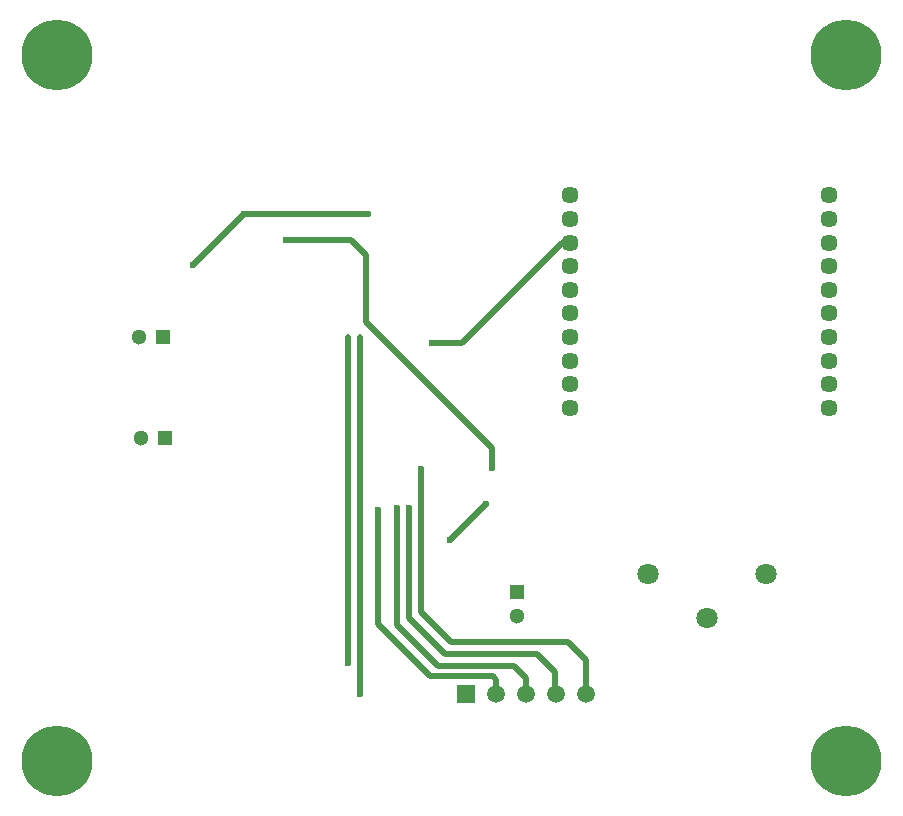
<source format=gbl>
G04*
G04 #@! TF.GenerationSoftware,Altium Limited,Altium Designer,20.0.13 (296)*
G04*
G04 Layer_Physical_Order=2*
G04 Layer_Color=16711680*
%FSLAX44Y44*%
%MOMM*%
G71*
G01*
G75*
%ADD18C,0.5000*%
%ADD75C,1.5000*%
%ADD76R,1.5000X1.5000*%
%ADD77C,1.3000*%
%ADD78R,1.3000X1.3000*%
%ADD79C,1.8000*%
%ADD80C,1.4500*%
%ADD81R,1.3000X1.3000*%
%ADD82C,6.0000*%
%ADD83C,0.6000*%
%ADD84C,0.5000*%
D18*
X4748490Y874618D02*
X4754539D01*
X4663100Y789228D02*
X4748490Y874618D01*
X4591980Y551738D02*
Y648258D01*
X4636430Y507288D02*
X4689381D01*
X4591980Y551738D02*
X4636430Y507288D01*
X4692310Y492048D02*
Y504359D01*
X4689381Y507288D02*
X4692310Y504359D01*
X4707550Y516178D02*
X4717710Y506018D01*
X4608490Y550468D02*
X4642780Y516178D01*
X4707550D01*
X4726600Y526338D02*
X4741840Y511098D01*
X4618650Y556818D02*
X4649130Y526338D01*
X4726600D01*
X4753270Y536498D02*
X4768510Y521258D01*
X4628810Y561898D02*
X4654210Y536498D01*
X4753270D01*
X4717710Y492048D02*
Y506018D01*
X4608490Y550468D02*
Y649528D01*
X4768510Y492048D02*
Y521258D01*
X4741840Y493318D02*
X4743110Y492048D01*
X4741840Y493318D02*
Y511098D01*
X4618650Y556818D02*
Y649528D01*
X4628810Y561898D02*
Y682548D01*
X4652939Y622858D02*
X4683419Y653338D01*
X4581819Y807008D02*
X4688499Y700328D01*
Y683818D02*
Y700328D01*
X4581819Y807008D02*
Y864158D01*
X4569120Y876858D02*
X4581819Y864158D01*
X4514510Y876858D02*
X4569120D01*
X4576740Y492048D02*
Y794308D01*
X4566580Y518718D02*
Y794308D01*
X4637700Y789228D02*
X4663100D01*
X4555150Y898448D02*
X4568994D01*
X4536100D02*
X4555150D01*
X4535638D02*
X4536100D01*
X4568994D02*
X4569619Y899073D01*
X4583735D01*
X4478950Y898448D02*
X4534559D01*
X4435770Y855268D02*
X4478950Y898448D01*
D75*
X4768510Y492048D02*
D03*
X4743110D02*
D03*
X4717710D02*
D03*
X4692310D02*
D03*
D76*
X4666909D02*
D03*
D77*
X4710090Y558408D02*
D03*
X4391640Y709218D02*
D03*
X4390370Y794308D02*
D03*
D78*
X4710090Y578408D02*
D03*
D79*
X4820580Y593648D02*
D03*
X4920580D02*
D03*
X4870580Y556648D02*
D03*
D80*
X4754539Y914618D02*
D03*
Y894618D02*
D03*
Y874618D02*
D03*
Y854618D02*
D03*
Y834618D02*
D03*
Y814618D02*
D03*
Y794618D02*
D03*
Y774618D02*
D03*
Y754618D02*
D03*
Y734618D02*
D03*
X4974539D02*
D03*
Y754618D02*
D03*
Y774618D02*
D03*
Y794618D02*
D03*
Y814618D02*
D03*
Y834618D02*
D03*
Y854618D02*
D03*
Y874618D02*
D03*
Y894618D02*
D03*
Y914618D02*
D03*
D81*
X4411640Y709218D02*
D03*
X4410370Y794308D02*
D03*
D82*
X4320540Y435610D02*
D03*
Y1033780D02*
D03*
X4988560Y435610D02*
D03*
Y1033780D02*
D03*
D83*
X4683419Y653338D02*
D03*
X4591980Y648258D02*
D03*
X4608490Y649528D02*
D03*
X4618650D02*
D03*
X4628810Y682548D02*
D03*
X4652939Y622858D02*
D03*
X4688499Y683818D02*
D03*
X4514510Y876858D02*
D03*
X4576740Y492048D02*
D03*
X4566580Y518718D02*
D03*
X4637700Y789228D02*
D03*
X4583735Y899073D02*
D03*
X4536100Y898448D02*
D03*
X4478950D02*
D03*
X4435770Y855268D02*
D03*
D84*
X4576740Y794308D02*
D03*
X4566580D02*
D03*
X4555150Y898448D02*
D03*
M02*

</source>
